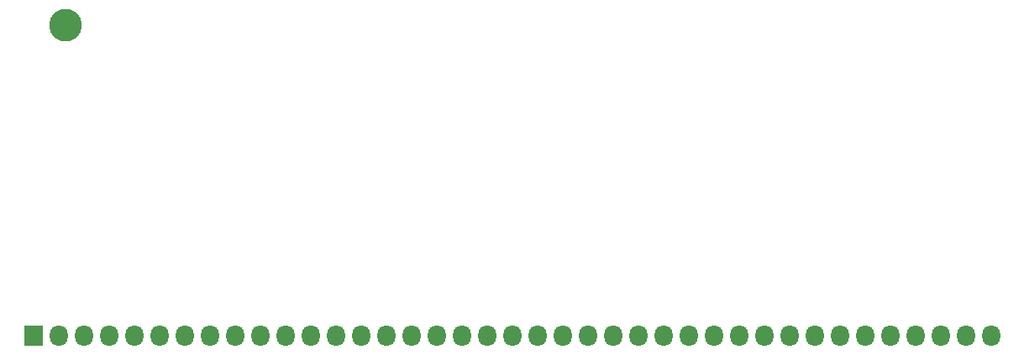
<source format=gts>
%TF.GenerationSoftware,KiCad,Pcbnew,5.1.6*%
%TF.CreationDate,2020-08-09T17:58:10+02:00*%
%TF.ProjectId,RC2014-Ethernet,52433230-3134-42d4-9574-6865726e6574,rev?*%
%TF.SameCoordinates,Original*%
%TF.FileFunction,Soldermask,Top*%
%TF.FilePolarity,Negative*%
%FSLAX46Y46*%
G04 Gerber Fmt 4.6, Leading zero omitted, Abs format (unit mm)*
G04 Created by KiCad (PCBNEW 5.1.6) date 2020-08-09 17:58:10*
%MOMM*%
%LPD*%
G01*
G04 APERTURE LIST*
%ADD10O,1.827200X2.132000*%
%ADD11R,1.827200X2.132000*%
%ADD12C,3.300000*%
G04 APERTURE END LIST*
D10*
%TO.C,*%
X140520000Y-72000000D03*
X137980000Y-72000000D03*
X135440000Y-72000000D03*
X132900000Y-72000000D03*
X130360000Y-72000000D03*
X127820000Y-72000000D03*
X125280000Y-72000000D03*
X122740000Y-72000000D03*
X120200000Y-72000000D03*
X117660000Y-72000000D03*
X115120000Y-72000000D03*
X112580000Y-72000000D03*
X110040000Y-72000000D03*
X107500000Y-72000000D03*
X104960000Y-72000000D03*
X102420000Y-72000000D03*
X99880000Y-72000000D03*
X97340000Y-72000000D03*
X94800000Y-72000000D03*
X92260000Y-72000000D03*
X89720000Y-72000000D03*
X87180000Y-72000000D03*
X84640000Y-72000000D03*
X82100000Y-72000000D03*
X79560000Y-72000000D03*
X77020000Y-72000000D03*
X74480000Y-72000000D03*
X71940000Y-72000000D03*
X69400000Y-72000000D03*
X66860000Y-72000000D03*
X64320000Y-72000000D03*
X61780000Y-72000000D03*
X59240000Y-72000000D03*
X56700000Y-72000000D03*
X54160000Y-72000000D03*
X51620000Y-72000000D03*
X49080000Y-72000000D03*
X46540000Y-72000000D03*
D11*
X44000000Y-72000000D03*
%TD*%
D12*
%TO.C,*%
X47225800Y-40631000D03*
%TD*%
M02*

</source>
